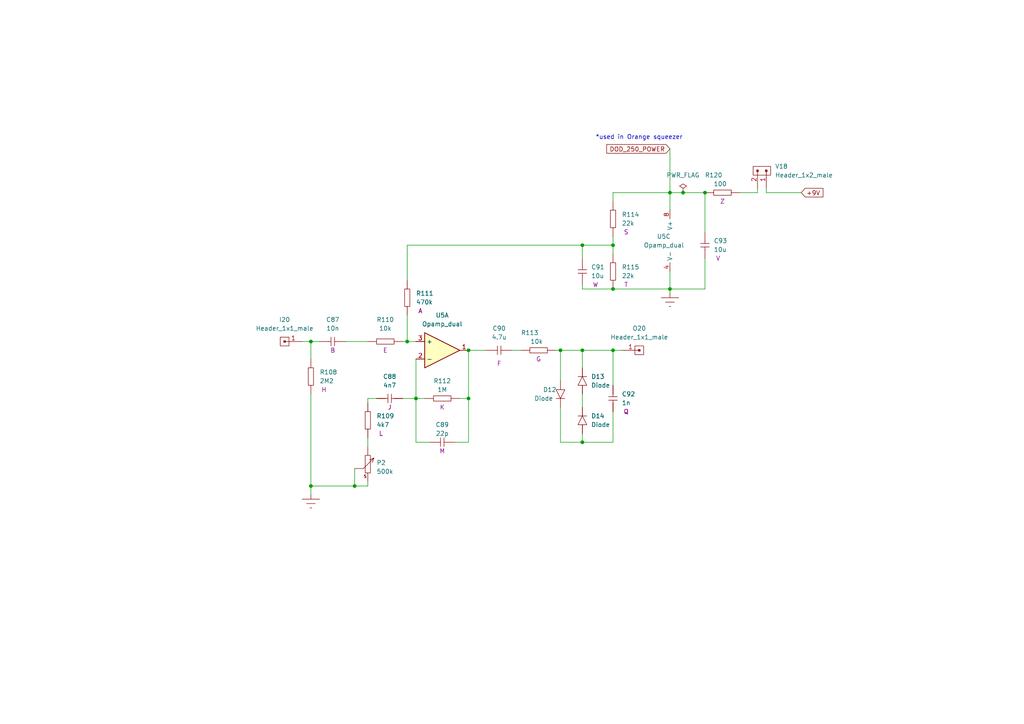
<source format=kicad_sch>
(kicad_sch (version 20211123) (generator eeschema)
  (paper "A4")
  (title_block (title "DOD 250 overdrive") (date "2024-04-26") (rev "1") (company "https://github.com/dvhx/ultimate-soldering-exercise"))
  (lib_symbols
    (symbol "dvhx-kicad-library:C" (pin_numbers hide) (pin_names hide)
      (property "Reference" "C" (at 2.286 1.016 0))
      (property "Value" "C" (at 2.286 -1.27 0))
      (symbol "C_0_1"
        (polyline (pts (xy 0 -0.508) (xy 0 -1.27)))
        (polyline (pts (xy 0 1.27) (xy 0 0.508)))
        (polyline (pts (xy 1.27 -0.508) (xy -1.27 -0.508)))
        (polyline (pts (xy 1.27 0.508) (xy -1.27 0.508)))
      )
      (symbol "C_1_1"
        (pin passive line (at 0 3.81 270) (length 2.54) (name "1") (number "1"))
        (pin passive line (at 0 -3.81 90) (length 2.54) (name "2") (number "2"))
      )
    )
    (symbol "dvhx-kicad-library:Diode" (pin_numbers hide) (pin_names hide)
      (property "Reference" "D" (at 0 2.54 0))
      (property "Value" "Diode" (at 0 5.08 0))
      (symbol "Diode_0_1"
        (polyline (pts (xy 1.27 1.27) (xy 1.27 -1.27)))
        (polyline (pts (xy 1.27 0) (xy -1.27 1.27) (xy -1.27 -1.27) (xy 1.27 0)))
      )
      (symbol "Diode_1_1"
        (pin passive line (at -3.81 0 0) (length 2.54) (name "A") (number "A"))
        (pin passive line (at 3.81 0 180) (length 2.54) (name "K") (number "K"))
      )
    )
    (symbol "dvhx-kicad-library:GND" (power) (pin_numbers hide) (pin_names hide)
      (symbol "GND_0_1"
        (polyline (pts (xy -2.54 -1.27) (xy 2.54 -1.27)))
        (polyline (pts (xy -1.27 -2.54) (xy 1.27 -2.54)))
        (polyline (pts (xy -0.254 -3.81) (xy 0.254 -3.81)))
      )
      (symbol "GND_1_1"
        (pin power_in line (at 0 0 270) (length 1.27) (name "GND") (number "GND"))
      )
    )
    (symbol "dvhx-kicad-library:Header_1x1_male" (pin_names hide)
      (property "Reference" "J" (at -0.254 2.286 0))
      (property "Value" "Header_1x1_male" (at 0 4.191 0))
      (symbol "Header_1x1_male_0_1"
        (rectangle (start -1.27 1.27) (end 1.27 -1.27))
        (rectangle (start -0.254 0.254) (end 0.254 -0.254) (fill (type outline)))
      )
      (symbol "Header_1x1_male_1_1"
        (pin passive line (at -5.08 0 0) (length 5.08) (name "1") (number "1"))
      )
    )
    (symbol "dvhx-kicad-library:Header_1x2_male" (pin_names hide)
      (property "Reference" "J" (at -0.254 2.286 0))
      (property "Value" "Header_1x2_male" (at 0 4.191 0))
      (symbol "Header_1x2_male_0_1"
        (rectangle (start -1.27 1.27) (end 1.27 -3.81))
        (rectangle (start -0.254 -2.286) (end 0.254 -2.794) (fill (type outline)))
        (rectangle (start -0.254 0.254) (end 0.254 -0.254) (fill (type outline)))
      )
      (symbol "Header_1x2_male_1_1"
        (pin passive line (at -5.08 0 0) (length 5.08) (name "1") (number "1"))
        (pin passive line (at -5.08 -2.54 0) (length 5.08) (name "2") (number "2"))
      )
    )
    (symbol "dvhx-kicad-library:Opamp_dual"
      (property "Reference" "U" (at 3.048 8.89 0))
      (property "Value" "Opamp_dual" (at 8.128 10.922 0))
      (symbol "Opamp_dual_1_1"
        (polyline (pts (xy -3.81 5.08) (xy 6.35 0) (xy -3.81 -5.08) (xy -3.81 5.08)) (stroke (width 0.254)) (fill (type background)))
        (pin output line (at 8.89 0 180) (length 2.54) (name "~") (number "1"))
        (pin input line (at -6.35 -2.54 0) (length 2.54) (name "-") (number "2"))
        (pin input line (at -6.35 2.54 0) (length 2.54) (name "+") (number "3"))
      )
      (symbol "Opamp_dual_2_1"
        (polyline (pts (xy -3.81 5.08) (xy 6.35 0) (xy -3.81 -5.08) (xy -3.81 5.08)) (stroke (width 0.254)) (fill (type background)))
        (pin input line (at -6.35 2.54 0) (length 2.54) (name "+") (number "5"))
        (pin input line (at -6.35 -2.54 0) (length 2.54) (name "-") (number "6"))
        (pin output line (at 8.89 0 180) (length 2.54) (name "~") (number "7"))
      )
      (symbol "Opamp_dual_3_1"
        (pin power_in line (at 0 -7.62 90) (length 2.54) (name "V-") (number "4"))
        (pin power_in line (at 0 10.16 270) (length 2.54) (name "V+") (number "8"))
      )
    )
    (symbol "dvhx-kicad-library:Potentiometer" (pin_numbers hide) (pin_names hide)
      (property "Reference" "P" (at 2.032 1.016 0))
      (property "Value" "Potentiometer" (at 2.032 -1.016 0))
      (symbol "Potentiometer_0_0"
        (text "S" (at -0.762 -3.556 0) (effects (font (size 0.8 0.8))))
      )
      (symbol "Potentiometer_0_1"
        (polyline (pts (xy 1.778 1.778) (xy 0.508 1.27)))
        (polyline (pts (xy -1.27 -1.27) (xy 1.778 1.778) (xy 1.27 0.508)))
        (polyline (pts (xy -0.762 2.54) (xy 0.762 2.54) (xy 0.762 -2.54) (xy -0.762 -2.54) (xy -0.762 2.54)))
      )
      (symbol "Potentiometer_1_1"
        (pin passive line (at 0 5.08 270) (length 2.54) (name "E") (number "E"))
        (pin passive line (at 0 -5.08 90) (length 2.54) (name "S") (number "S"))
        (pin passive line (at -3.81 -1.27 0) (length 2.54) (name "W") (number "W"))
      )
    )
    (symbol "dvhx-kicad-library:R" (pin_numbers hide) (pin_names hide)
      (property "Reference" "R" (at 2.032 1.016 0))
      (property "Value" "R" (at 2.032 -1.016 0))
      (symbol "R_0_1"
        (polyline (pts (xy -0.762 2.54) (xy 0.762 2.54) (xy 0.762 -2.54) (xy -0.762 -2.54) (xy -0.762 2.54)))
      )
      (symbol "R_1_1"
        (pin passive line (at 0 5.08 270) (length 2.54) (name "1") (number "1"))
        (pin passive line (at 0 -5.08 90) (length 2.54) (name "2") (number "2"))
      )
    )
    (symbol "power:PWR_FLAG" (power) (pin_numbers hide) (pin_names (offset 0) hide)
      (property "Value" "PWR_FLAG" (at 0 3.81 0))
      (symbol "PWR_FLAG_0_0"
        (pin power_out line (at 0 0 90) (length 0) (name "pwr") (number "1"))
      )
      (symbol "PWR_FLAG_0_1"
        (polyline (pts (xy 0 0) (xy 0 1.27) (xy -1.016 1.905) (xy 0 2.54) (xy 1.016 1.905) (xy 0 1.27)))
      )
    )
  )
  (junction (at 168.91 101.6))
  (junction (at 120.65 115.57))
  (junction (at 118.11 99.06))
  (junction (at 135.89 101.6))
  (junction (at 102.87 140.97))
  (junction (at 204.47 55.88))
  (junction (at 168.91 128.27))
  (junction (at 162.56 101.6))
  (junction (at 168.91 71.12))
  (junction (at 177.8 71.12))
  (junction (at 135.89 115.57))
  (junction (at 90.17 99.06))
  (junction (at 194.31 83.82))
  (junction (at 177.8 83.82))
  (junction (at 177.8 101.6))
  (junction (at 194.31 55.88))
  (junction (at 90.17 140.97))
  (junction (at 198.12 55.88))
  (wire (pts (xy 133.35 115.57) (xy 135.89 115.57)))
  (wire (pts (xy 90.17 114.3) (xy 90.17 140.97)))
  (wire (pts (xy 168.91 83.82) (xy 177.8 83.82)))
  (wire (pts (xy 204.47 74.93) (xy 204.47 83.82)))
  (wire (pts (xy 106.68 140.97) (xy 106.68 139.7)))
  (wire (pts (xy 168.91 125.73) (xy 168.91 128.27)))
  (wire (pts (xy 214.63 55.88) (xy 219.71 55.88)))
  (wire (pts (xy 168.91 71.12) (xy 168.91 74.93)))
  (wire (pts (xy 124.46 128.27) (xy 120.65 128.27)))
  (wire (pts (xy 161.29 101.6) (xy 162.56 101.6)))
  (wire (pts (xy 219.71 54.61) (xy 219.71 55.88)))
  (wire (pts (xy 177.8 68.58) (xy 177.8 71.12)))
  (wire (pts (xy 90.17 140.97) (xy 102.87 140.97)))
  (wire (pts (xy 177.8 101.6) (xy 177.8 111.76)))
  (wire (pts (xy 162.56 101.6) (xy 162.56 110.49)))
  (wire (pts (xy 194.31 55.88) (xy 198.12 55.88)))
  (wire (pts (xy 118.11 91.44) (xy 118.11 99.06)))
  (wire (pts (xy 87.63 99.06) (xy 90.17 99.06)))
  (wire (pts (xy 148.59 101.6) (xy 151.13 101.6)))
  (wire (pts (xy 222.25 55.88) (xy 232.41 55.88)))
  (wire (pts (xy 194.31 43.18) (xy 194.31 55.88)))
  (wire (pts (xy 118.11 99.06) (xy 120.65 99.06)))
  (wire (pts (xy 102.87 135.89) (xy 102.87 140.97)))
  (wire (pts (xy 168.91 128.27) (xy 162.56 128.27)))
  (wire (pts (xy 109.22 115.57) (xy 106.68 115.57)))
  (wire (pts (xy 168.91 101.6) (xy 177.8 101.6)))
  (wire (pts (xy 118.11 71.12) (xy 168.91 71.12)))
  (wire (pts (xy 116.84 115.57) (xy 120.65 115.57)))
  (wire (pts (xy 135.89 128.27) (xy 132.08 128.27)))
  (wire (pts (xy 168.91 128.27) (xy 177.8 128.27)))
  (wire (pts (xy 168.91 101.6) (xy 168.91 106.68)))
  (wire (pts (xy 135.89 115.57) (xy 135.89 128.27)))
  (wire (pts (xy 106.68 127) (xy 106.68 129.54)))
  (wire (pts (xy 204.47 55.88) (xy 204.47 67.31)))
  (wire (pts (xy 135.89 101.6) (xy 140.97 101.6)))
  (wire (pts (xy 194.31 85.09) (xy 194.31 83.82)))
  (wire (pts (xy 120.65 104.14) (xy 120.65 115.57)))
  (wire (pts (xy 90.17 99.06) (xy 92.71 99.06)))
  (wire (pts (xy 194.31 55.88) (xy 194.31 60.96)))
  (wire (pts (xy 116.84 99.06) (xy 118.11 99.06)))
  (wire (pts (xy 135.89 101.6) (xy 135.89 115.57)))
  (wire (pts (xy 177.8 101.6) (xy 180.34 101.6)))
  (wire (pts (xy 177.8 83.82) (xy 194.31 83.82)))
  (wire (pts (xy 162.56 118.11) (xy 162.56 128.27)))
  (wire (pts (xy 90.17 140.97) (xy 90.17 143.51)))
  (wire (pts (xy 162.56 101.6) (xy 168.91 101.6)))
  (wire (pts (xy 168.91 82.55) (xy 168.91 83.82)))
  (wire (pts (xy 177.8 58.42) (xy 177.8 55.88)))
  (wire (pts (xy 120.65 115.57) (xy 123.19 115.57)))
  (wire (pts (xy 106.68 115.57) (xy 106.68 116.84)))
  (wire (pts (xy 194.31 78.74) (xy 194.31 83.82)))
  (wire (pts (xy 177.8 55.88) (xy 194.31 55.88)))
  (wire (pts (xy 222.25 54.61) (xy 222.25 55.88)))
  (wire (pts (xy 100.33 99.06) (xy 106.68 99.06)))
  (wire (pts (xy 118.11 71.12) (xy 118.11 81.28)))
  (wire (pts (xy 177.8 71.12) (xy 177.8 73.66)))
  (wire (pts (xy 168.91 71.12) (xy 177.8 71.12)))
  (wire (pts (xy 177.8 119.38) (xy 177.8 128.27)))
  (wire (pts (xy 168.91 114.3) (xy 168.91 118.11)))
  (wire (pts (xy 198.12 55.88) (xy 204.47 55.88)))
  (wire (pts (xy 194.31 83.82) (xy 204.47 83.82)))
  (wire (pts (xy 120.65 115.57) (xy 120.65 128.27)))
  (wire (pts (xy 90.17 99.06) (xy 90.17 104.14)))
  (wire (pts (xy 102.87 140.97) (xy 106.68 140.97)))
  (text "*used in Orange squeezer" (at 172.72 40.64 0) (effects (font (size 1.27 1.27)) (justify left bottom)))
  (global_label "+9V" (shape input) (at 232.41 55.88 0) (property "Intersheet References" "${INTERSHEET_REFS}" (effects hide)))
  (global_label "DOD_250_POWER" (shape input) (at 194.31 43.18 180) (property "Intersheet References" "${INTERSHEET_REFS}" (effects hide)))
  (symbol (lib_id "dvhx-kicad-library:Diode") (at 168.91 121.92 90) (unit 1)
    (property "Reference" "D14" (at 171.45 120.6499 90) (effects (justify right)))
    (property "Value" "Diode" (at 171.45 123.1899 90) (effects (justify right)))
    (property "Footprint" "dvhx-kicad-library:Diode_SOD-123" (effects hide))
  )
  (symbol (lib_id "dvhx-kicad-library:R") (at 90.17 109.22 0) (unit 1)
    (property "Reference" "R108" (at 92.71 107.9499 0) (effects (justify left)))
    (property "Value" "2M2" (at 92.71 110.4899 0) (effects (justify left)))
    (property "Footprint" "dvhx-kicad-library:Resistor_0805" (effects hide))
    (property "Field4" "H" (at 93.98 113.03 0))
  )
  (symbol (lib_id "dvhx-kicad-library:Opamp_dual") (at 127 101.6 0) (unit 1)
    (property "Reference" "U5" (at 128.27 91.44 0))
    (property "Value" "Opamp_dual" (at 128.27 93.98 0))
    (property "Footprint" "dvhx-kicad-library:SOIC-8" (effects hide))
  )
  (symbol (lib_id "dvhx-kicad-library:GND") (at 90.17 143.51 0) (unit 1)
    (property "Reference" "#GND035" (effects hide))
    (property "Value" "GND" (effects hide))
  )
  (symbol (lib_id "dvhx-kicad-library:Potentiometer") (at 106.68 134.62 0) (unit 1)
    (property "Reference" "P2" (at 109.22 134.2174 0) (effects (justify left)))
    (property "Value" "500k" (at 109.22 136.7574 0) (effects (justify left)))
    (property "Footprint" "dvhx-kicad-library:Resistor_trimmer_RM065" (effects hide))
  )
  (symbol (lib_id "dvhx-kicad-library:Diode") (at 168.91 110.49 90) (unit 1)
    (property "Reference" "D13" (at 171.45 109.2199 90) (effects (justify right)))
    (property "Value" "Diode" (at 171.45 111.7599 90) (effects (justify right)))
    (property "Footprint" "dvhx-kicad-library:Diode_SOD-123" (effects hide))
  )
  (symbol (lib_id "dvhx-kicad-library:R") (at 111.76 99.06 90) (unit 1)
    (property "Reference" "R110" (at 111.76 92.71 90))
    (property "Value" "10k" (at 111.76 95.25 90))
    (property "Footprint" "dvhx-kicad-library:Resistor_0805" (effects hide))
    (property "Field4" "E" (at 111.76 101.6 90))
  )
  (symbol (lib_id "dvhx-kicad-library:Opamp_dual") (at 194.31 71.12 0) (unit 3)
    (property "Reference" "U5" (at 190.5 68.58 0) (effects (justify left)))
    (property "Value" "Opamp_dual" (at 186.69 71.12 0) (effects (justify left)))
    (property "Footprint" "dvhx-kicad-library:SOIC-8" (effects hide))
  )
  (symbol (lib_id "dvhx-kicad-library:C") (at 177.8 115.57 180) (unit 1)
    (property "Reference" "C92" (at 180.34 114.2999 0) (effects (justify right)))
    (property "Value" "1n" (at 180.34 116.8399 0) (effects (justify right)))
    (property "Footprint" "dvhx-kicad-library:Capacitor_0805" (effects hide))
    (property "Field4" "Q" (at 181.61 119.38 0))
  )
  (symbol (lib_id "dvhx-kicad-library:R") (at 118.11 86.36 0) (unit 1)
    (property "Reference" "R111" (at 120.65 85.0899 0) (effects (justify left)))
    (property "Value" "470k" (at 120.65 87.6299 0) (effects (justify left)))
    (property "Footprint" "dvhx-kicad-library:Resistor_0805" (effects hide))
    (property "Field4" "A" (at 121.92 90.17 0))
  )
  (symbol (lib_id "dvhx-kicad-library:Header_1x1_male") (at 185.42 101.6 0) (mirror x) (unit 1)
    (property "Reference" "O20" (at 185.42 95.25 0))
    (property "Value" "Header_1x1_male" (at 185.42 97.79 0))
    (property "Footprint" "dvhx-kicad-library:Header_1x1_male_upright" (effects hide))
  )
  (symbol (lib_id "dvhx-kicad-library:C") (at 96.52 99.06 90) (unit 1)
    (property "Reference" "C87" (at 96.52 92.71 90))
    (property "Value" "10n" (at 96.52 95.25 90))
    (property "Footprint" "dvhx-kicad-library:Capacitor_0805" (effects hide))
    (property "Field4" "B" (at 96.52 101.6 90))
  )
  (symbol (lib_id "dvhx-kicad-library:R") (at 177.8 78.74 0) (unit 1)
    (property "Reference" "R115" (at 180.34 77.4699 0) (effects (justify left)))
    (property "Value" "22k" (at 180.34 80.0099 0) (effects (justify left)))
    (property "Footprint" "dvhx-kicad-library:Resistor_0805" (effects hide))
    (property "Field4" "T" (at 181.61 82.55 0))
  )
  (symbol (lib_id "dvhx-kicad-library:GND") (at 194.31 85.09 0) (unit 1)
    (property "Reference" "#GND036" (effects hide))
    (property "Value" "GND" (effects hide))
  )
  (symbol (lib_id "dvhx-kicad-library:R") (at 156.21 101.6 90) (unit 1)
    (property "Reference" "R113" (at 156.21 96.52 90) (effects (justify left)))
    (property "Value" "10k" (at 157.4799 99.06 90) (effects (justify left)))
    (property "Footprint" "dvhx-kicad-library:Resistor_0805" (effects hide))
    (property "Field4" "G" (at 156.21 104.14 90))
  )
  (symbol (lib_id "power:PWR_FLAG") (at 198.12 55.88 0) (unit 1)
    (property "Reference" "#FLG01" (effects hide))
    (property "Value" "PWR_FLAG" (at 198.12 50.8 0))
  )
  (symbol (lib_id "dvhx-kicad-library:R") (at 106.68 121.92 0) (unit 1)
    (property "Reference" "R109" (at 109.22 120.6499 0) (effects (justify left)))
    (property "Value" "4k7" (at 109.22 123.1899 0) (effects (justify left)))
    (property "Footprint" "dvhx-kicad-library:Resistor_0805" (effects hide))
    (property "Field4" "L" (at 110.49 125.73 0))
  )
  (symbol (lib_id "dvhx-kicad-library:Header_1x2_male") (at 222.25 49.53 270) (mirror x) (unit 1)
    (property "Reference" "V18" (at 224.79 48.2599 90) (effects (justify left)))
    (property "Value" "Header_1x2_male" (at 224.79 50.7999 90) (effects (justify left)))
    (property "Footprint" "dvhx-kicad-library:Header_1x2_male_upright" (effects hide))
  )
  (symbol (lib_id "dvhx-kicad-library:Header_1x1_male") (at 82.55 99.06 0) (mirror y) (unit 1)
    (property "Reference" "I20" (at 82.55 92.71 0))
    (property "Value" "Header_1x1_male" (at 82.55 95.25 0))
    (property "Footprint" "dvhx-kicad-library:Header_1x1_male_upright" (effects hide))
  )
  (symbol (lib_id "dvhx-kicad-library:C") (at 204.47 71.12 180) (unit 1)
    (property "Reference" "C93" (at 207.01 69.8499 0) (effects (justify right)))
    (property "Value" "10u" (at 207.01 72.3899 0) (effects (justify right)))
    (property "Footprint" "dvhx-kicad-library:Capacitor_0805" (effects hide))
    (property "Field4" "V" (at 208.28 74.93 0))
  )
  (symbol (lib_id "dvhx-kicad-library:C") (at 144.78 101.6 90) (unit 1)
    (property "Reference" "C90" (at 144.78 95.25 90))
    (property "Value" "4.7u" (at 144.78 97.79 90))
    (property "Footprint" "dvhx-kicad-library:Capacitor_0805" (effects hide))
    (property "F" "F" (at 144.78 105.41 90))
  )
  (symbol (lib_id "dvhx-kicad-library:C") (at 128.27 128.27 90) (unit 1)
    (property "Reference" "C89" (at 128.27 123.19 90))
    (property "Value" "22p" (at 128.27 125.73 90))
    (property "Footprint" "dvhx-kicad-library:Capacitor_0805" (effects hide))
    (property "Field4" "M" (at 128.27 130.81 90))
  )
  (symbol (lib_id "dvhx-kicad-library:R") (at 128.27 115.57 90) (unit 1)
    (property "Reference" "R112" (at 128.27 110.49 90))
    (property "Value" "1M" (at 128.27 113.03 90))
    (property "Footprint" "dvhx-kicad-library:Resistor_0805" (effects hide))
    (property "Field4" "K" (at 128.27 118.11 90))
  )
  (symbol (lib_id "dvhx-kicad-library:Diode") (at 162.56 114.3 90) (mirror x) (unit 1)
    (property "Reference" "D12" (at 157.48 113.03 90) (effects (justify right)))
    (property "Value" "Diode" (at 154.94 115.57 90) (effects (justify right)))
    (property "Footprint" "dvhx-kicad-library:Diode_SOD-123" (effects hide))
  )
  (symbol (lib_id "dvhx-kicad-library:C") (at 168.91 78.74 180) (unit 1)
    (property "Reference" "C91" (at 171.45 77.4699 0) (effects (justify right)))
    (property "Value" "10u" (at 171.45 80.0099 0) (effects (justify right)))
    (property "Footprint" "dvhx-kicad-library:Capacitor_0805" (effects hide))
    (property "Field4" "W" (at 172.72 82.55 0))
  )
  (symbol (lib_id "dvhx-kicad-library:R") (at 177.8 63.5 0) (unit 1)
    (property "Reference" "R114" (at 180.34 62.2299 0) (effects (justify left)))
    (property "Value" "22k" (at 180.34 64.7699 0) (effects (justify left)))
    (property "Footprint" "dvhx-kicad-library:Resistor_0805" (effects hide))
    (property "Field4" "S" (at 181.61 67.31 0))
  )
  (symbol (lib_id "dvhx-kicad-library:C") (at 113.03 115.57 90) (unit 1)
    (property "Reference" "C88" (at 113.03 109.22 90))
    (property "Value" "4n7" (at 113.03 111.76 90))
    (property "Footprint" "dvhx-kicad-library:Capacitor_0805" (effects hide))
    (property "Field4" "J" (at 113.03 118.11 90))
  )
  (symbol (lib_id "dvhx-kicad-library:R") (at 209.55 55.88 90) (unit 1)
    (property "Reference" "R120" (at 209.55 50.8 90) (effects (justify left)))
    (property "Value" "100" (at 210.8199 53.34 90) (effects (justify left)))
    (property "Footprint" "dvhx-kicad-library:Resistor_0805" (effects hide))
    (property "Field4" "Z" (at 209.55 58.42 90))
  )
)
</source>
